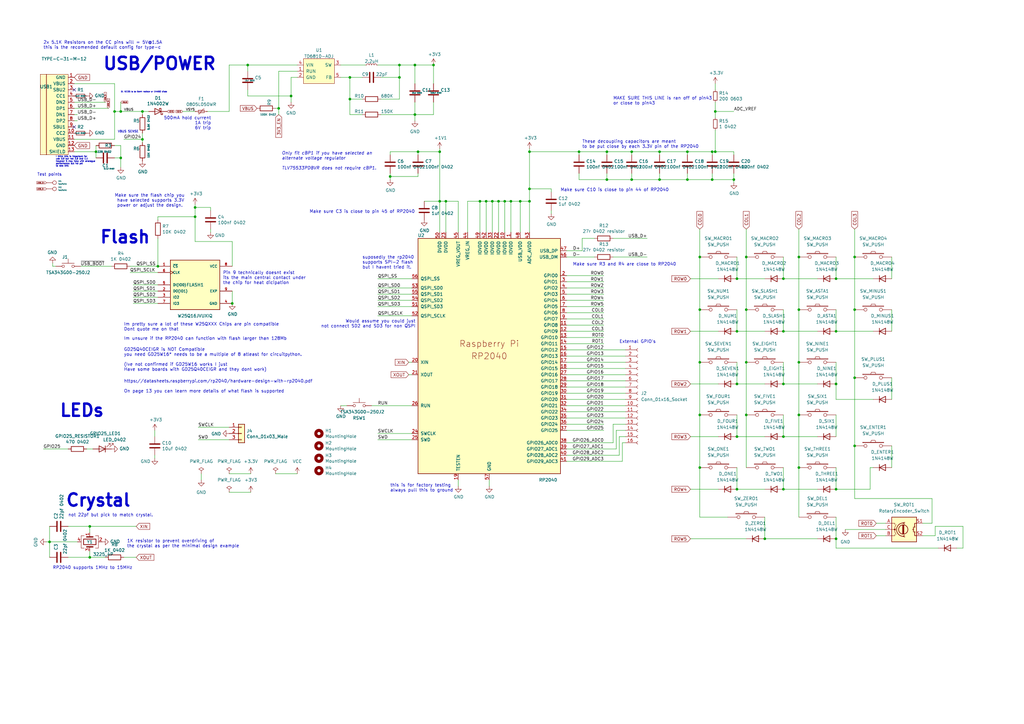
<source format=kicad_sch>
(kicad_sch (version 20230121) (generator eeschema)
  (paper "A3")
  (title_block (title "Picoletta") (date "2024-02-06") (rev "rev0 proto") (company "zeriyoshi") (comment 1 "RP2040 Schema based from PICO-BOOT (a8ac6080a4ad670cbf0b2906c1a87defdbc36256)"))
  (junction (at 20.32 222.25))
  (junction (at 302.26 179.07))
  (junction (at 80.01 85.09))
  (junction (at 292.1 73.66))
  (junction (at 204.47 82.55))
  (junction (at 199.39 82.55))
  (junction (at 95.25 124.46))
  (junction (at 58.42 45.72))
  (junction (at 171.45 62.23))
  (junction (at 327.66 148.59))
  (junction (at 321.31 114.3))
  (junction (at 209.55 82.55))
  (junction (at 143.51 31.75))
  (junction (at 292.1 62.23))
  (junction (at 350.52 127))
  (junction (at 270.51 62.23))
  (junction (at 217.17 77.47))
  (junction (at 293.37 45.72))
  (junction (at 143.51 40.64))
  (junction (at 163.83 26.67))
  (junction (at 287.02 105.41))
  (junction (at 39.37 62.23))
  (junction (at 321.31 200.66))
  (junction (at 119.38 39.37))
  (junction (at 114.3 44.45))
  (junction (at 342.9 135.89))
  (junction (at 207.01 82.55))
  (junction (at 58.42 57.15))
  (junction (at 302.26 135.89))
  (junction (at 180.34 62.23))
  (junction (at 259.08 73.66))
  (junction (at 306.07 170.18))
  (junction (at 213.36 82.55))
  (junction (at 287.02 148.59))
  (junction (at 36.83 228.6))
  (junction (at 287.02 170.18))
  (junction (at 170.18 26.67))
  (junction (at 342.9 200.66))
  (junction (at 80.01 88.9))
  (junction (at 180.34 82.55))
  (junction (at 248.92 73.66))
  (junction (at 36.83 215.9))
  (junction (at 49.53 64.77))
  (junction (at 302.26 114.3))
  (junction (at 327.66 191.77))
  (junction (at 101.6 26.67))
  (junction (at 259.08 62.23))
  (junction (at 342.9 220.98))
  (junction (at 201.93 82.55))
  (junction (at 327.66 127))
  (junction (at 306.07 105.41))
  (junction (at 49.53 45.72))
  (junction (at 287.02 127))
  (junction (at 321.31 157.48))
  (junction (at 306.07 148.59))
  (junction (at 306.07 127))
  (junction (at 217.17 82.55))
  (junction (at 327.66 105.41))
  (junction (at 350.52 182.88))
  (junction (at 342.9 114.3))
  (junction (at 302.26 157.48))
  (junction (at 327.66 170.18))
  (junction (at 64.77 109.22))
  (junction (at 217.17 62.23))
  (junction (at 270.51 73.66))
  (junction (at 321.31 135.89))
  (junction (at 46.99 45.72))
  (junction (at 321.31 179.07))
  (junction (at 177.8 26.67))
  (junction (at 281.94 62.23))
  (junction (at 342.9 157.48))
  (junction (at 293.37 62.23))
  (junction (at 300.99 73.66))
  (junction (at 302.26 200.66))
  (junction (at 237.49 62.23))
  (junction (at 313.69 220.98))
  (junction (at 281.94 73.66))
  (junction (at 163.83 31.75))
  (junction (at 248.92 62.23))
  (junction (at 170.18 46.99))
  (junction (at 196.85 82.55))
  (junction (at 182.88 82.55))
  (junction (at 287.02 191.77))
  (junction (at 160.02 72.39))
  (junction (at 350.52 154.94))
  (junction (at 350.52 105.41))
  (no_connect (at 30.48 52.07))
  (no_connect (at 30.48 36.83))
  (wire (pts (xy 283.21 179.07) (xy 294.64 179.07)))
  (wire (pts (xy 232.41 156.21) (xy 256.54 156.21)))
  (wire (pts (xy 342.9 224.79) (xy 342.9 220.98)))
  (wire (pts (xy 199.39 82.55) (xy 201.93 82.55)))
  (wire (pts (xy 160.02 72.39) (xy 160.02 73.66)))
  (wire (pts (xy 182.88 82.55) (xy 180.34 82.55)))
  (wire (pts (xy 170.18 41.91) (xy 170.18 46.99)))
  (wire (pts (xy 232.41 123.19) (xy 247.65 123.19)))
  (wire (pts (xy 86.36 93.98) (xy 86.36 95.25)))
  (wire (pts (xy 64.77 97.79) (xy 64.77 109.22)))
  (wire (pts (xy 232.41 153.67) (xy 256.54 153.67)))
  (wire (pts (xy 350.52 182.88) (xy 350.52 204.47)))
  (wire (pts (xy 232.41 171.45) (xy 256.54 171.45)))
  (wire (pts (xy 350.52 105.41) (xy 350.52 127)))
  (wire (pts (xy 170.18 46.99) (xy 177.8 46.99)))
  (wire (pts (xy 300.99 62.23) (xy 300.99 63.5)))
  (wire (pts (xy 306.07 93.98) (xy 306.07 105.41)))
  (wire (pts (xy 30.48 44.45) (xy 44.45 44.45)))
  (wire (pts (xy 342.9 127) (xy 342.9 135.89)))
  (wire (pts (xy 237.49 62.23) (xy 248.92 62.23)))
  (wire (pts (xy 232.41 120.65) (xy 247.65 120.65)))
  (wire (pts (xy 180.34 60.96) (xy 180.34 62.23)))
  (wire (pts (xy 251.46 181.61) (xy 251.46 173.99)))
  (wire (pts (xy 58.42 57.15) (xy 58.42 58.42)))
  (wire (pts (xy 113.03 194.31) (xy 121.92 194.31)))
  (wire (pts (xy 302.26 200.66) (xy 313.69 200.66)))
  (wire (pts (xy 93.98 175.26) (xy 81.28 175.26)))
  (wire (pts (xy 248.92 73.66) (xy 259.08 73.66)))
  (wire (pts (xy 170.18 26.67) (xy 170.18 34.29)))
  (wire (pts (xy 365.76 105.41) (xy 365.76 114.3)))
  (wire (pts (xy 300.99 74.93) (xy 300.99 73.66)))
  (wire (pts (xy 384.81 224.79) (xy 342.9 224.79)))
  (wire (pts (xy 350.52 127) (xy 350.52 154.94)))
  (wire (pts (xy 293.37 62.23) (xy 300.99 62.23)))
  (wire (pts (xy 292.1 73.66) (xy 300.99 73.66)))
  (wire (pts (xy 365.76 154.94) (xy 365.76 163.83)))
  (wire (pts (xy 142.24 166.37) (xy 139.7 166.37)))
  (wire (pts (xy 74.93 45.72) (xy 80.01 45.72)))
  (wire (pts (xy 143.51 40.64) (xy 143.51 46.99)))
  (wire (pts (xy 50.8 57.15) (xy 58.42 57.15)))
  (wire (pts (xy 226.06 86.36) (xy 226.06 87.63)))
  (wire (pts (xy 287.02 127) (xy 287.02 148.59)))
  (wire (pts (xy 302.26 191.77) (xy 302.26 200.66)))
  (wire (pts (xy 200.66 196.85) (xy 200.66 199.39)))
  (wire (pts (xy 232.41 173.99) (xy 247.65 173.99)))
  (wire (pts (xy 86.36 85.09) (xy 80.01 85.09)))
  (wire (pts (xy 93.98 201.93) (xy 102.87 201.93)))
  (wire (pts (xy 201.93 95.25) (xy 201.93 82.55)))
  (wire (pts (xy 171.45 63.5) (xy 171.45 62.23)))
  (wire (pts (xy 232.41 135.89) (xy 247.65 135.89)))
  (wire (pts (xy 283.21 200.66) (xy 294.64 200.66)))
  (wire (pts (xy 313.69 212.09) (xy 313.69 220.98)))
  (wire (pts (xy 293.37 62.23) (xy 293.37 53.34)))
  (wire (pts (xy 207.01 95.25) (xy 207.01 82.55)))
  (wire (pts (xy 342.9 163.83) (xy 358.14 163.83)))
  (wire (pts (xy 46.99 57.15) (xy 30.48 57.15)))
  (wire (pts (xy 321.31 135.89) (xy 335.28 135.89)))
  (wire (pts (xy 64.77 90.17) (xy 64.77 88.9)))
  (wire (pts (xy 209.55 82.55) (xy 213.36 82.55)))
  (wire (pts (xy 217.17 77.47) (xy 217.17 82.55)))
  (wire (pts (xy 46.99 34.29) (xy 46.99 45.72)))
  (wire (pts (xy 281.94 73.66) (xy 270.51 73.66)))
  (wire (pts (xy 302.26 157.48) (xy 313.69 157.48)))
  (wire (pts (xy 342.9 212.09) (xy 342.9 220.98)))
  (wire (pts (xy 252.73 176.53) (xy 252.73 184.15)))
  (wire (pts (xy 217.17 82.55) (xy 217.17 95.25)))
  (wire (pts (xy 237.49 63.5) (xy 237.49 62.23)))
  (wire (pts (xy 270.51 62.23) (xy 281.94 62.23)))
  (wire (pts (xy 293.37 34.29) (xy 293.37 36.83)))
  (wire (pts (xy 43.18 228.6) (xy 36.83 228.6)))
  (wire (pts (xy 187.96 196.85) (xy 187.96 199.39)))
  (wire (pts (xy 64.77 116.84) (xy 54.61 116.84)))
  (wire (pts (xy 383.54 215.9) (xy 383.54 219.71)))
  (wire (pts (xy 187.96 95.25) (xy 187.96 82.55)))
  (wire (pts (xy 93.98 194.31) (xy 102.87 194.31)))
  (wire (pts (xy 143.51 46.99) (xy 148.59 46.99)))
  (wire (pts (xy 168.91 129.54) (xy 154.94 129.54)))
  (wire (pts (xy 232.41 176.53) (xy 247.65 176.53)))
  (wire (pts (xy 383.54 219.71) (xy 378.46 219.71)))
  (wire (pts (xy 217.17 60.96) (xy 217.17 62.23)))
  (wire (pts (xy 394.97 215.9) (xy 394.97 224.79)))
  (wire (pts (xy 293.37 45.72) (xy 300.99 45.72)))
  (wire (pts (xy 85.09 45.72) (xy 93.98 45.72)))
  (wire (pts (xy 321.31 179.07) (xy 335.28 179.07)))
  (wire (pts (xy 30.48 34.29) (xy 46.99 34.29)))
  (wire (pts (xy 39.37 62.23) (xy 39.37 64.77)))
  (wire (pts (xy 237.49 71.12) (xy 237.49 73.66)))
  (wire (pts (xy 350.52 93.98) (xy 350.52 105.41)))
  (wire (pts (xy 232.41 163.83) (xy 256.54 163.83)))
  (wire (pts (xy 196.85 82.55) (xy 199.39 82.55)))
  (wire (pts (xy 254 179.07) (xy 256.54 179.07)))
  (wire (pts (xy 217.17 77.47) (xy 226.06 77.47)))
  (wire (pts (xy 168.91 114.3) (xy 154.94 114.3)))
  (wire (pts (xy 255.27 181.61) (xy 256.54 181.61)))
  (wire (pts (xy 20.32 222.25) (xy 31.75 222.25)))
  (wire (pts (xy 293.37 45.72) (xy 293.37 48.26)))
  (wire (pts (xy 232.41 105.41) (xy 243.84 105.41)))
  (wire (pts (xy 168.91 177.8) (xy 154.94 177.8)))
  (wire (pts (xy 259.08 63.5) (xy 259.08 62.23)))
  (wire (pts (xy 283.21 157.48) (xy 294.64 157.48)))
  (wire (pts (xy 350.52 154.94) (xy 350.52 182.88)))
  (wire (pts (xy 160.02 71.12) (xy 160.02 72.39)))
  (wire (pts (xy 302.26 170.18) (xy 302.26 179.07)))
  (wire (pts (xy 170.18 26.67) (xy 177.8 26.67)))
  (wire (pts (xy 171.45 62.23) (xy 180.34 62.23)))
  (wire (pts (xy 232.41 158.75) (xy 256.54 158.75)))
  (wire (pts (xy 327.66 148.59) (xy 327.66 170.18)))
  (wire (pts (xy 160.02 72.39) (xy 171.45 72.39)))
  (wire (pts (xy 232.41 128.27) (xy 247.65 128.27)))
  (wire (pts (xy 86.36 86.36) (xy 86.36 85.09)))
  (wire (pts (xy 342.9 135.89) (xy 358.14 135.89)))
  (wire (pts (xy 327.66 93.98) (xy 327.66 105.41)))
  (wire (pts (xy 80.01 88.9) (xy 80.01 99.06)))
  (wire (pts (xy 293.37 41.91) (xy 293.37 45.72)))
  (wire (pts (xy 270.51 73.66) (xy 259.08 73.66)))
  (wire (pts (xy 49.53 59.69) (xy 49.53 64.77)))
  (wire (pts (xy 248.92 62.23) (xy 259.08 62.23)))
  (wire (pts (xy 302.26 148.59) (xy 302.26 157.48)))
  (wire (pts (xy 256.54 176.53) (xy 252.73 176.53)))
  (wire (pts (xy 287.02 93.98) (xy 287.02 105.41)))
  (wire (pts (xy 356.87 191.77) (xy 356.87 200.66)))
  (wire (pts (xy 113.03 44.45) (xy 114.3 44.45)))
  (wire (pts (xy 64.77 124.46) (xy 54.61 124.46)))
  (wire (pts (xy 232.41 138.43) (xy 247.65 138.43)))
  (wire (pts (xy 302.26 114.3) (xy 313.69 114.3)))
  (wire (pts (xy 121.92 31.75) (xy 119.38 31.75)))
  (wire (pts (xy 232.41 118.11) (xy 247.65 118.11)))
  (wire (pts (xy 248.92 63.5) (xy 248.92 62.23)))
  (wire (pts (xy 80.01 99.06) (xy 95.25 99.06)))
  (wire (pts (xy 20.32 228.6) (xy 20.32 222.25)))
  (wire (pts (xy 168.91 153.67) (xy 167.64 153.67)))
  (wire (pts (xy 180.34 82.55) (xy 173.99 82.55)))
  (wire (pts (xy 201.93 82.55) (xy 204.47 82.55)))
  (wire (pts (xy 180.34 62.23) (xy 180.34 82.55)))
  (wire (pts (xy 287.02 148.59) (xy 287.02 170.18)))
  (wire (pts (xy 321.31 170.18) (xy 321.31 179.07)))
  (wire (pts (xy 251.46 173.99) (xy 256.54 173.99)))
  (wire (pts (xy 58.42 45.72) (xy 60.96 45.72)))
  (wire (pts (xy 199.39 95.25) (xy 199.39 82.55)))
  (wire (pts (xy 327.66 191.77) (xy 327.66 212.09)))
  (wire (pts (xy 101.6 39.37) (xy 119.38 39.37)))
  (wire (pts (xy 50.8 228.6) (xy 55.88 228.6)))
  (wire (pts (xy 287.02 191.77) (xy 287.02 212.09)))
  (wire (pts (xy 163.83 26.67) (xy 163.83 31.75)))
  (wire (pts (xy 321.31 157.48) (xy 335.28 157.48)))
  (wire (pts (xy 281.94 71.12) (xy 281.94 73.66)))
  (wire (pts (xy 160.02 63.5) (xy 160.02 62.23)))
  (wire (pts (xy 365.76 127) (xy 365.76 135.89)))
  (wire (pts (xy 27.94 184.15) (xy 17.78 184.15)))
  (wire (pts (xy 327.66 127) (xy 327.66 148.59)))
  (wire (pts (xy 251.46 105.41) (xy 265.43 105.41)))
  (wire (pts (xy 281.94 63.5) (xy 281.94 62.23)))
  (wire (pts (xy 95.25 109.22) (xy 95.25 99.06)))
  (wire (pts (xy 95.25 124.46) (xy 95.25 119.38)))
  (wire (pts (xy 287.02 170.18) (xy 287.02 191.77)))
  (wire (pts (xy 163.83 26.67) (xy 170.18 26.67)))
  (wire (pts (xy 207.01 82.55) (xy 209.55 82.55)))
  (wire (pts (xy 204.47 82.55) (xy 207.01 82.55)))
  (wire (pts (xy 93.98 45.72) (xy 93.98 26.67)))
  (wire (pts (xy 64.77 88.9) (xy 80.01 88.9)))
  (wire (pts (xy 156.21 31.75) (xy 163.83 31.75)))
  (wire (pts (xy 232.41 148.59) (xy 256.54 148.59)))
  (wire (pts (xy 20.32 222.25) (xy 20.32 215.9)))
  (wire (pts (xy 80.01 83.82) (xy 80.01 85.09)))
  (wire (pts (xy 119.38 31.75) (xy 119.38 39.37)))
  (wire (pts (xy 292.1 62.23) (xy 292.1 63.5)))
  (wire (pts (xy 36.83 218.44) (xy 36.83 215.9)))
  (wire (pts (xy 143.51 31.75) (xy 148.59 31.75)))
  (wire (pts (xy 255.27 181.61) (xy 255.27 189.23)))
  (wire (pts (xy 232.41 140.97) (xy 247.65 140.97)))
  (wire (pts (xy 49.53 45.72) (xy 49.53 41.91)))
  (wire (pts (xy 232.41 143.51) (xy 256.54 143.51)))
  (wire (pts (xy 54.61 119.38) (xy 64.77 119.38)))
  (wire (pts (xy 342.9 163.83) (xy 342.9 157.48)))
  (wire (pts (xy 300.99 71.12) (xy 300.99 73.66)))
  (wire (pts (xy 213.36 95.25) (xy 213.36 82.55)))
  (wire (pts (xy 217.17 62.23) (xy 217.17 77.47)))
  (wire (pts (xy 292.1 73.66) (xy 281.94 73.66)))
  (wire (pts (xy 327.66 170.18) (xy 327.66 191.77)))
  (wire (pts (xy 20.32 222.25) (xy 19.05 222.25)))
  (wire (pts (xy 217.17 62.23) (xy 237.49 62.23)))
  (wire (pts (xy 254 186.69) (xy 254 179.07)))
  (wire (pts (xy 167.64 148.59) (xy 168.91 148.59)))
  (wire (pts (xy 232.41 115.57) (xy 247.65 115.57)))
  (wire (pts (xy 232.41 130.81) (xy 247.65 130.81)))
  (wire (pts (xy 232.41 181.61) (xy 251.46 181.61)))
  (wire (pts (xy 232.41 166.37) (xy 256.54 166.37)))
  (wire (pts (xy 287.02 212.09) (xy 298.45 212.09)))
  (wire (pts (xy 321.31 148.59) (xy 321.31 157.48)))
  (wire (pts (xy 237.49 73.66) (xy 248.92 73.66)))
  (wire (pts (xy 81.28 180.34) (xy 93.98 180.34)))
  (wire (pts (xy 302.26 135.89) (xy 313.69 135.89)))
  (wire (pts (xy 232.41 125.73) (xy 247.65 125.73)))
  (wire (pts (xy 58.42 54.61) (xy 58.42 57.15)))
  (wire (pts (xy 143.51 31.75) (xy 143.51 40.64)))
  (wire (pts (xy 46.99 45.72) (xy 46.99 57.15)))
  (wire (pts (xy 382.27 214.63) (xy 378.46 214.63)))
  (wire (pts (xy 177.8 26.67) (xy 177.8 34.29)))
  (wire (pts (xy 27.94 215.9) (xy 36.83 215.9)))
  (wire (pts (xy 226.06 78.74) (xy 226.06 77.47)))
  (wire (pts (xy 35.56 184.15) (xy 38.1 184.15)))
  (wire (pts (xy 248.92 73.66) (xy 248.92 71.12)))
  (wire (pts (xy 171.45 72.39) (xy 171.45 71.12)))
  (wire (pts (xy 213.36 82.55) (xy 217.17 82.55)))
  (wire (pts (xy 191.77 95.25) (xy 191.77 82.55)))
  (wire (pts (xy 238.76 97.79) (xy 238.76 102.87)))
  (wire (pts (xy 306.07 148.59) (xy 306.07 170.18)))
  (wire (pts (xy 321.31 191.77) (xy 321.31 200.66)))
  (wire (pts (xy 160.02 62.23) (xy 171.45 62.23)))
  (wire (pts (xy 270.51 71.12) (xy 270.51 73.66)))
  (wire (pts (xy 39.37 62.23) (xy 39.37 59.69)))
  (wire (pts (xy 93.98 26.67) (xy 101.6 26.67)))
  (wire (pts (xy 191.77 82.55) (xy 196.85 82.55)))
  (wire (pts (xy 302.26 105.41) (xy 302.26 114.3)))
  (wire (pts (xy 259.08 62.23) (xy 270.51 62.23)))
  (wire (pts (xy 49.53 64.77) (xy 49.53 68.58)))
  (wire (pts (xy 139.7 31.75) (xy 143.51 31.75)))
  (wire (pts (xy 327.66 105.41) (xy 327.66 127)))
  (wire (pts (xy 283.21 135.89) (xy 294.64 135.89)))
  (wire (pts (xy 152.4 166.37) (xy 168.91 166.37)))
  (wire (pts (xy 321.31 200.66) (xy 335.28 200.66)))
  (wire (pts (xy 356.87 191.77) (xy 358.14 191.77)))
  (wire (pts (xy 342.9 114.3) (xy 358.14 114.3)))
  (wire (pts (xy 302.26 179.07) (xy 313.69 179.07)))
  (wire (pts (xy 177.8 46.99) (xy 177.8 41.91)))
  (wire (pts (xy 232.41 161.29) (xy 256.54 161.29)))
  (wire (pts (xy 232.41 133.35) (xy 247.65 133.35)))
  (wire (pts (xy 156.21 46.99) (xy 170.18 46.99)))
  (wire (pts (xy 232.41 113.03) (xy 247.65 113.03)))
  (wire (pts (xy 321.31 105.41) (xy 321.31 114.3)))
  (wire (pts (xy 287.02 105.41) (xy 287.02 127)))
  (wire (pts (xy 365.76 182.88) (xy 365.76 191.77)))
  (wire (pts (xy 232.41 151.13) (xy 256.54 151.13)))
  (wire (pts (xy 306.07 105.41) (xy 306.07 127)))
  (wire (pts (xy 63.5 186.69) (xy 63.5 187.96)))
  (wire (pts (xy 30.48 49.53) (xy 31.75 49.53)))
  (wire (pts (xy 82.55 194.31) (xy 82.55 196.85)))
  (wire (pts (xy 270.51 63.5) (xy 270.51 62.23)))
  (wire (pts (xy 182.88 95.25) (xy 182.88 82.55)))
  (wire (pts (xy 139.7 26.67) (xy 149.86 26.67)))
  (wire (pts (xy 30.48 62.23) (xy 39.37 62.23)))
  (wire (pts (xy 232.41 146.05) (xy 256.54 146.05)))
  (wire (pts (xy 45.72 109.22) (xy 33.02 109.22)))
  (wire (pts (xy 209.55 82.55) (xy 209.55 95.25)))
  (wire (pts (xy 168.91 180.34) (xy 154.94 180.34)))
  (wire (pts (xy 321.31 114.3) (xy 335.28 114.3)))
  (wire (pts (xy 154.94 123.19) (xy 168.91 123.19)))
  (wire (pts (xy 154.94 120.65) (xy 168.91 120.65)))
  (wire (pts (xy 232.41 168.91) (xy 256.54 168.91)))
  (wire (pts (xy 196.85 95.25) (xy 196.85 82.55)))
  (wire (pts (xy 382.27 204.47) (xy 382.27 214.63)))
  (wire (pts (xy 22.86 109.22) (xy 21.59 109.22)))
  (wire (pts (xy 283.21 114.3) (xy 294.64 114.3)))
  (wire (pts (xy 101.6 26.67) (xy 101.6 29.21)))
  (wire (pts (xy 36.83 228.6) (xy 36.83 226.06)))
  (wire (pts (xy 292.1 62.23) (xy 293.37 62.23)))
  (wire (pts (xy 154.94 26.67) (xy 163.83 26.67)))
  (wire (pts (xy 49.53 45.72) (xy 58.42 45.72)))
  (wire (pts (xy 143.51 40.64) (xy 148.59 40.64)))
  (wire (pts (xy 36.83 228.6) (xy 27.94 228.6)))
  (wire (pts (xy 36.83 215.9) (xy 55.88 215.9)))
  (wire (pts (xy 30.48 46.99) (xy 31.75 46.99)))
  (wire (pts (xy 46.99 64.77) (xy 49.53 64.77)))
  (wire (pts (xy 306.07 127) (xy 306.07 148.59)))
  (wire (pts (xy 114.3 44.45) (xy 114.3 29.21)))
  (wire (pts (xy 259.08 71.12) (xy 259.08 73.66)))
  (wire (pts (xy 232.41 184.15) (xy 252.73 184.15)))
  (wire (pts (xy 154.94 125.73) (xy 168.91 125.73)))
  (wire (pts (xy 187.96 82.55) (xy 182.88 82.55)))
  (wire (pts (xy 359.41 219.71) (xy 363.22 219.71)))
  (wire (pts (xy 101.6 39.37) (xy 101.6 36.83)))
  (wire (pts (xy 350.52 204.47) (xy 382.27 204.47)))
  (wire (pts (xy 342.9 191.77) (xy 342.9 200.66)))
  (wire (pts (xy 238.76 97.79) (xy 243.84 97.79)))
  (wire (pts (xy 232.41 189.23) (xy 255.27 189.23)))
  (wire (pts (xy 114.3 29.21) (xy 121.92 29.21)))
  (wire (pts (xy 321.31 127) (xy 321.31 135.89)))
  (wire (pts (xy 251.46 97.79) (xy 265.43 97.79)))
  (wire (pts (xy 342.9 148.59) (xy 342.9 157.48)))
  (wire (pts (xy 163.83 40.64) (xy 156.21 40.64)))
  (wire (pts (xy 359.41 214.63) (xy 363.22 214.63)))
  (wire (pts (xy 46.99 59.69) (xy 49.53 59.69)))
  (wire (pts (xy 180.34 82.55) (xy 180.34 95.25)))
  (wire (pts (xy 313.69 220.98) (xy 335.28 220.98)))
  (wire (pts (xy 292.1 71.12) (xy 292.1 73.66)))
  (wire (pts (xy 356.87 200.66) (xy 342.9 200.66)))
  (wire (pts (xy 170.18 49.53) (xy 170.18 46.99)))
  (wire (pts (xy 119.38 39.37) (xy 119.38 41.91)))
  (wire (pts (xy 302.26 127) (xy 302.26 135.89)))
  (wire (pts (xy 101.6 26.67) (xy 121.92 26.67)))
  (wire (pts (xy 63.5 176.53) (xy 63.5 179.07)))
  (wire (pts (xy 21.59 109.22) (xy 21.59 107.95)))
  (wire (pts (xy 46.99 45.72) (xy 49.53 45.72)))
  (wire (pts (xy 342.9 105.41) (xy 342.9 114.3)))
  (wire (pts (xy 306.07 170.18) (xy 306.07 191.77)))
  (wire (pts (xy 58.42 45.72) (xy 58.42 46.99)))
  (wire (pts (xy 53.34 111.76) (xy 64.77 111.76)))
  (wire (pts (xy 346.71 217.17) (xy 363.22 217.17)))
  (wire (pts (xy 204.47 95.25) (xy 204.47 82.55)))
  (wire (pts (xy 30.48 41.91) (xy 43.18 41.91)))
  (wire (pts (xy 283.21 220.98) (xy 306.07 220.98)))
  (wire (pts (xy 163.83 31.75) (xy 163.83 40.64)))
  (wire (pts (xy 154.94 118.11) (xy 168.91 118.11)))
  (wire (pts (xy 232.41 102.87) (xy 238.76 102.87)))
  (wire (pts (xy 394.97 224.79) (xy 392.43 224.79)))
  (wire (pts (xy 342.9 170.18) (xy 342.9 179.07)))
  (wire (pts (xy 383.54 215.9) (xy 394.97 215.9)))
  (wire (pts (xy 281.94 62.23) (xy 292.1 62.23)))
  (wire (pts (xy 80.01 85.09) (xy 80.01 88.9)))
  (wire (pts (xy 232.41 186.69) (xy 254 186.69)))
  (wire (pts (xy 114.3 44.45) (xy 114.3 46.99)))
  (wire (pts (xy 53.34 109.22) (xy 64.77 109.22)))
  (wire (pts (xy 64.77 121.92) (xy 54.61 121.92)))
  (text "2x 5.1K Resistors on the CC pins will = 5V@1.5A\nthis is the recomended default config for type-c" (at 17.78 20.32 0) (effects (font (size 1.27 1.27)) (justify left bottom)))
  (text "USB/POWER" (at 41.91 29.21 0) (effects (font (size 5.0038 5.0038) (thickness 1.0008) bold) (justify left bottom)))
  (text "1K resistor to prevent overdriving of \nthe crystal as per the minimal design example" (at 52.07 224.79 0) (effects (font (size 1.27 1.27)) (justify left bottom)))
  (text "not 22pf but pick to match crystal." (at 27.94 212.09 0) (effects (font (size 1.27 1.27)) (justify left bottom)))
  (text "Only fit cBP1 if you have selected an \nalternate voltage regulator\n\nTLV75533PDBVR does not require cBP1." (at 115.57 69.85 0) (effects (font (size 1.27 1.27) italic) (justify left bottom)))
  (text "RP2040 supports 1MHz to 15MHz" (at 21.59 233.68 0) (effects (font (size 1.27 1.27)) (justify left bottom)))
  (text "Would assume you could just\nnot connect SD2 and SD3 for non QSPI" (at 170.434 134.62 0) (effects (font (size 1.27 1.27)) (justify right bottom)))
  (text "MAKE SURE THIS LINE is ran off of pin43\nor close to pin43" (at 251.46 43.18 0) (effects (font (size 1.27 1.27)) (justify left bottom)))
  (text "suposedly the rp2040\nsupports SPI-2 flash\nbut I havent tried it.\n" (at 148.59 110.49 0) (effects (font (size 1.27 1.27)) (justify left bottom)))
  (text "These decoupling capacitors are meant\nto be put close by each 3.3V pin of the RP2040" (at 238.76 60.96 0) (effects (font (size 1.27 1.27)) (justify left bottom)))
  (text "Make sure C3 is close to pin 45 of RP2040" (at 170.18 87.63 0) (effects (font (size 1.27 1.27)) (justify right bottom)))
  (text "https://datasheets.raspberrypi.com/rp2040/hardware-design-with-rp2040.pdf\n\nOn page 13 you can learn more details of what flash is supported\n" (at 50.8 161.29 0) (effects (font (size 1.27 1.27)) (justify left bottom)))
  (text "this is for factory testing\nalways pull this to ground" (at 160.02 201.93 0) (effects (font (size 1.27 1.27)) (justify left bottom)))
  (text "VBUS SENSE" (at 48.26 54.61 0) (effects (font (size 0.9 0.9)) (justify left bottom)))
  (text "GD25Q40CEIGR is NOT Compatible\nyou need GD25W16* needs to be a multiple of 8 atleast for circuitpython.\n\n(Ive not confirmed if GD25W16 works I just \nHave some boards with GD25Q40CEIGR and they dont work)" (at 50.8 152.4 0) (effects (font (size 1.27 1.27)) (justify left bottom)))
  (text "External GPIO's" (at 254 140.97 0) (effects (font (size 1.27 1.27)) (justify left bottom)))
  (text "Test points" (at 15.24 72.39 0) (effects (font (size 1.1938 1.1938)) (justify left bottom)))
  (text "Make sure the flash chip you\n have selected supports 3.3V\n power or adjust the design." (at 46.99 85.09 0) (effects (font (size 1.27 1.27)) (justify left bottom)))
  (text "I think this is important for \nusb 3.0 but not 2.0 and 1.1\nhowever it may help with analogue\nperformance but ive yet\nto test this" (at 22.86 68.58 0) (effects (font (size 0.6 0.6)) (justify left bottom)))
  (text "Im pretty sure a lot of these W25QXXX Chips are pin compatible\nDont quote me on that" (at 50.8 135.89 0) (effects (font (size 1.27 1.27)) (justify left bottom)))
  (text "Make sure C10 is close to pin 44 of RP2040" (at 229.87 78.74 0) (effects (font (size 1.27 1.27)) (justify left bottom)))
  (text "500mA hold current\n1A trip\n6V trip" (at 86.614 53.34 0) (effects (font (size 1.27 1.27)) (justify right bottom)))
  (text "LEDs" (at 24.13 171.45 0) (effects (font (size 5.0038 5.0038) (thickness 1.0008) bold) (justify left bottom)))
  (text "Make sure R3 and R4 are close to RP2040" (at 234.95 109.22 0) (effects (font (size 1.27 1.27)) (justify left bottom)))
  (text "D1 NEEDS to be 0omh resistor or 1N4002 diode" (at 49.53 38.1 0) (effects (font (size 0.508 0.508)) (justify left bottom)))
  (text "Crystal" (at 26.67 208.28 0) (effects (font (size 5.0038 5.0038) (thickness 1.0008) bold) (justify left bottom)))
  (text "Im unsure if the RP2040 can function with flash larger than 128Mb" (at 50.8 139.7 0) (effects (font (size 1.27 1.27)) (justify left bottom)))
  (text "Pin 9 technically doesnt exist\nits the main central contact under\nthe chip for heat dicipation" (at 91.44 116.84 0) (effects (font (size 1.27 1.27)) (justify left bottom)))
  (text "Flash" (at 40.64 100.33 0) (effects (font (size 5.0038 5.0038) (thickness 1.0008) bold) (justify left bottom)))
  (label "ROW3" (at 247.65 120.65 180))
  (label "QSPI_SD3" (at 54.61 124.46 0))
  (label "COL3" (at 247.65 135.89 180))
  (label "GPIO12" (at 247.65 143.51 180))
  (label "D-" (at 234.95 105.41 0))
  (label "GPIO20" (at 247.65 163.83 180))
  (label "VBUS" (at 50.8 45.72 0) (effects (font (size 0.9906 0.9906))))
  (label "QSPI_SD2" (at 154.94 123.19 0))
  (label "SWD" (at 81.28 180.34 0))
  (label "GPIO24" (at 50.8 57.15 0))
  (label "ROW2" (at 247.65 118.11 180))
  (label "QSPI_SCLK" (at 53.34 111.76 0))
  (label "GPIO15" (at 247.65 151.13 180))
  (label "ROT1" (at 247.65 140.97 180))
  (label "USB_D-" (at 31.75 46.99 0))
  (label "GPIO22" (at 247.65 168.91 180))
  (label "USB_D+" (at 265.43 97.79 180))
  (label "GPIO13" (at 247.65 146.05 180))
  (label "QSPI_SS" (at 154.94 114.3 0))
  (label "~{USB_BOOT}" (at 33.02 109.22 0))
  (label "USB_D+" (at 31.75 49.53 0))
  (label "GPIO16" (at 247.65 153.67 180))
  (label "ROW0" (at 247.65 113.03 180))
  (label "GPIO25" (at 17.78 184.15 0))
  (label "USB_D+" (at 31.75 44.45 0))
  (label "GPIO25" (at 247.65 176.53 180))
  (label "QSPI_SS" (at 55.88 109.22 0))
  (label "GPIO24" (at 247.65 173.99 180))
  (label "COL1" (at 247.65 130.81 180))
  (label "GPIO27_ADC1" (at 247.65 184.15 180))
  (label "GPIO23" (at 247.65 171.45 180))
  (label "GPIO21" (at 247.65 166.37 180))
  (label "ROW4" (at 247.65 123.19 180))
  (label "COL2" (at 247.65 133.35 180))
  (label "ROW1" (at 247.65 115.57 180))
  (label "QSPI_SD3" (at 154.94 125.73 0))
  (label "ROW5" (at 247.65 125.73 180))
  (label "QSPI_SD1" (at 54.61 119.38 0))
  (label "GPIO18" (at 247.65 158.75 180))
  (label "COL0" (at 247.65 128.27 180))
  (label "QSPI_SD0" (at 154.94 118.11 0))
  (label "RUN" (at 154.94 166.37 0))
  (label "QSPI_SCLK" (at 154.94 129.54 0))
  (label "GPIO26_ADC0" (at 247.65 181.61 180))
  (label "USB_D-" (at 265.43 105.41 180))
  (label "QSPI_SD2" (at 54.61 121.92 0))
  (label "ROT0" (at 247.65 138.43 180))
  (label "GPIO17" (at 247.65 156.21 180))
  (label "QSPI_SD1" (at 154.94 120.65 0))
  (label "SWCLK" (at 154.94 177.8 0))
  (label "D+" (at 234.95 102.87 0))
  (label "SWCLK" (at 81.28 175.26 0))
  (label "GPIO29_ADC3" (at 247.65 189.23 180))
  (label "GPIO14" (at 247.65 148.59 180))
  (label "GPIO28_ADC2" (at 247.65 186.69 180))
  (label "VSYS" (at 76.2 45.72 0) (effects (font (size 0.9906 0.9906))))
  (label "GPIO19" (at 247.65 161.29 180))
  (label "USB_D-" (at 31.75 41.91 0))
  (label "ADC_VREF" (at 300.99 45.72 0))
  (label "SWD" (at 154.94 180.34 0))
  (label "QSPI_SD0" (at 54.61 116.84 0))
  (global_label "COL1" (shape input) (at 306.07 93.98 90) (property "Intersheetrefs" "${INTERSHEET_REFS}" (effects hide)))
  (global_label "ROW1" (shape input) (at 283.21 135.89 180) (property "Intersheetrefs" "${INTERSHEET_REFS}" (effects hide)))
  (global_label "COL2" (shape input) (at 327.66 93.98 90) (property "Intersheetrefs" "${INTERSHEET_REFS}" (effects hide)))
  (global_label "ROW4" (shape input) (at 283.21 200.66 180) (property "Intersheetrefs" "${INTERSHEET_REFS}" (effects hide)))
  (global_label "USB_D+" (shape input) (at 19.05 74.93 180) (effects (font (size 0.508 0.508))) (property "Intersheetrefs" "${INTERSHEET_REFS}" (effects hide)))
  (global_label "XOUT" (shape input) (at 167.64 153.67 180) (property "Intersheetrefs" "${INTERSHEET_REFS}" (effects hide)))
  (global_label "USB_D-" (shape input) (at 43.18 41.91 90) (effects (font (size 0.508 0.508))) (property "Intersheetrefs" "${INTERSHEET_REFS}" (effects hide)))
  (global_label "COL3" (shape input) (at 350.52 93.98 90) (property "Intersheetrefs" "${INTERSHEET_REFS}" (effects hide)))
  (global_label "ROW2" (shape input) (at 283.21 157.48 180) (property "Intersheetrefs" "${INTERSHEET_REFS}" (effects hide)))
  (global_label "ROT0" (shape input) (at 359.41 214.63 180) (property "Intersheetrefs" "${INTERSHEET_REFS}" (effects hide)))
  (global_label "3V3_EN" (shape input) (at 114.3 46.99 270) (property "Intersheetrefs" "${INTERSHEET_REFS}" (effects hide)))
  (global_label "ROW3" (shape input) (at 283.21 179.07 180) (property "Intersheetrefs" "${INTERSHEET_REFS}" (effects hide)))
  (global_label "XIN" (shape input) (at 167.64 148.59 180) (property "Intersheetrefs" "${INTERSHEET_REFS}" (effects hide)))
  (global_label "ROT1" (shape input) (at 359.41 219.71 180) (property "Intersheetrefs" "${INTERSHEET_REFS}" (effects hide)))
  (global_label "ROW0" (shape input) (at 283.21 114.3 180) (property "Intersheetrefs" "${INTERSHEET_REFS}" (effects hide)))
  (global_label "XOUT" (shape input) (at 55.88 228.6 0) (property "Intersheetrefs" "${INTERSHEET_REFS}" (effects hide)))
  (global_label "USB_D+" (shape input) (at 44.45 44.45 90) (effects (font (size 0.508 0.508))) (property "Intersheetrefs" "${INTERSHEET_REFS}" (effects hide)))
  (global_label "GND" (shape input) (at 30.48 31.75 0) (property "Intersheetrefs" "${INTERSHEET_REFS}" (effects hide)))
  (global_label "GND" (shape input) (at 30.48 59.69 0) (property "Intersheetrefs" "${INTERSHEET_REFS}" (effects hide)))
  (global_label "VSYS" (shape input) (at 68.58 45.72 0) (effects (font (size 0.508 0.508))) (property "Intersheetrefs" "${INTERSHEET_REFS}" (effects hide)))
  (global_label "XIN" (shape input) (at 55.88 215.9 0) (property "Intersheetrefs" "${INTERSHEET_REFS}" (effects hide)))
  (global_label "USB_D-" (shape input) (at 19.05 77.47 180) (effects (font (size 0.508 0.508))) (property "Intersheetrefs" "${INTERSHEET_REFS}" (effects hide)))
  (global_label "VBUS" (shape input) (at 105.41 44.45 180) (effects (font (size 1.1938 1.1938))) (property "Intersheetrefs" "${INTERSHEET_REFS}" (effects hide)))
  (global_label "VBUS" (shape input) (at 49.53 41.91 0) (effects (font (size 0.508 0.508))) (property "Intersheetrefs" "${INTERSHEET_REFS}" (effects hide)))
  (global_label "COL0" (shape input) (at 287.02 93.98 90) (property "Intersheetrefs" "${INTERSHEET_REFS}" (effects hide)))
  (global_label "VSYS" (shape input) (at 74.93 45.72 180) (effects (font (size 0.508 0.508))) (property "Intersheetrefs" "${INTERSHEET_REFS}" (effects hide)))
  (global_label "ROW5" (shape input) (at 283.21 220.98 180) (property "Intersheetrefs" "${INTERSHEET_REFS}" (effects hide)))
  (symbol (lib_id "Connector:TestPoint") (at 19.05 77.47 270) (unit 1)
    (property "Reference" "TP2" (at 23.8252 76.9112 90) (effects (font (size 0.508 0.508)) (justify left)))
    (property "Value" "TestPoint" (at 23.8252 78.0034 90) (effects (font (size 0.508 0.508)) (justify left)))
    (property "Footprint" "EnvExtras:CustomTestPoint" (effects hide))
    (property "LCSC" " " (effects hide))
  )
  (symbol (lib_id "BrownSugar:SW_PUSH") (at 335.28 170.18 0) (unit 1)
    (property "Reference" "SW_SIX1" (at 335.28 162.56 0))
    (property "Value" "SW_PUSH" (at 335.28 165.1 0))
  )
  (symbol (lib_id "Connector:TestPoint") (at 19.05 74.93 270) (unit 1)
    (property "Reference" "TP1" (at 23.8252 74.3712 90) (effects (font (size 0.508 0.508)) (justify left)))
    (property "Value" "TestPoint" (at 23.8252 75.4634 90) (effects (font (size 0.508 0.508)) (justify left)))
    (property "Footprint" "EnvExtras:CustomTestPoint" (effects hide))
    (property "LCSC" " " (effects hide))
  )
  (symbol (lib_id "Diode:1N4148W") (at 298.45 157.48 0) (unit 1)
    (property "Reference" "D_SEVEN1" (at 298.45 151.13 0))
    (property "Value" "1N4148W" (at 298.45 153.67 0))
    (property "Footprint" "Diode_SMD:D_SOD-123" (effects hide))
    (property "Datasheet" "https://www.vishay.com/docs/85748/1n4148w.pdf" (effects hide))
    (property "Sim.Device" "D" (effects hide))
    (property "Sim.Pins" "1=K 2=A" (effects hide))
  )
  (symbol (lib_id "Device:R") (at 31.75 184.15 270) (unit 1)
    (property "Reference" "GPIO25_RESISTOR1" (at 31.75 178.8922 90))
    (property "Value" "470 0402" (at 31.75 181.2036 90))
    (property "Footprint" "Resistor_SMD:R_0402_1005Metric" (effects hide))
    (property "LCSC" " " (effects hide))
  )
  (symbol (lib_id "Device:C") (at 259.08 67.31 0) (unit 1)
    (property "Reference" "C16" (at 262.001 66.1416 0) (effects (justify left)))
    (property "Value" "100nf 0402" (at 262.001 68.453 0) (effects (justify left)))
    (property "Footprint" "Capacitor_SMD:C_0402_1005Metric" (effects hide))
    (property "LCSC" " " (effects hide))
  )
  (symbol (lib_id "Diode:1N4148W") (at 339.09 114.3 0) (unit 1)
    (property "Reference" "D_MACRO3" (at 339.09 107.95 0))
    (property "Value" "1N4148W" (at 339.09 110.49 0))
    (property "Footprint" "Diode_SMD:D_SOD-123" (effects hide))
    (property "Datasheet" "https://www.vishay.com/docs/85748/1n4148w.pdf" (effects hide))
    (property "Sim.Device" "D" (effects hide))
    (property "Sim.Pins" "1=K 2=A" (effects hide))
  )
  (symbol (lib_id "power:VCC") (at 121.92 194.31 0) (unit 1)
    (property "Reference" "#PWR025" (effects hide))
    (property "Value" "VCC" (at 121.92 189.23 0))
  )
  (symbol (lib_id "Diode:1N4148W") (at 317.5 157.48 0) (unit 1)
    (property "Reference" "D_EIGHT1" (at 317.5 151.13 0))
    (property "Value" "1N4148W" (at 317.5 153.67 0))
    (property "Footprint" "Diode_SMD:D_SOD-123" (effects hide))
    (property "Datasheet" "https://www.vishay.com/docs/85748/1n4148w.pdf" (effects hide))
    (property "Sim.Device" "D" (effects hide))
    (property "Sim.Pins" "1=K 2=A" (effects hide))
  )
  (symbol (lib_id "Switch:SW_Push") (at 27.94 109.22 0) (mirror y) (unit 1)
    (property "Reference" "J1" (at 26.67 105.41 0))
    (property "Value" "TSA343G00-250J2" (at 27.94 111.76 0))
    (property "Footprint" "Button_Switch_SMD:SW_Push_SPST_NO_Alps_SKRK" (effects hide))
    (property "LCSC" " " (effects hide))
  )
  (symbol (lib_id "Diode:1N4148W") (at 361.95 135.89 0) (unit 1)
    (property "Reference" "D_MINUS1" (at 361.95 129.54 0))
    (property "Value" "1N4148W" (at 361.95 132.08 0))
    (property "Footprint" "Diode_SMD:D_SOD-123" (effects hide))
    (property "Datasheet" "https://www.vishay.com/docs/85748/1n4148w.pdf" (effects hide))
    (property "Sim.Device" "D" (effects hide))
    (property "Sim.Pins" "1=K 2=A" (effects hide))
  )
  (symbol (lib_id "Device:C") (at 43.18 64.77 270) (unit 1)
    (property "Reference" "C1" (at 41.91 67.945 90) (effects (justify left)))
    (property "Value" "0.1uf 0402" (at 42.545 69.215 90) (effects (font (size 0.508 0.508)) (justify left)))
    (property "Footprint" "Capacitor_SMD:C_0402_1005Metric" (effects hide))
    (property "LCSC" " " (effects hide))
  )
  (symbol (lib_id "Diode:1N4148W") (at 388.62 224.79 0) (unit 1)
    (property "Reference" "D_ROT1" (at 388.62 218.44 0))
    (property "Value" "1N4148W" (at 388.62 220.98 0))
    (property "Footprint" "Diode_SMD:D_SOD-123" (effects hide))
    (property "Datasheet" "https://www.vishay.com/docs/85748/1n4148w.pdf" (effects hide))
    (property "Sim.Device" "D" (effects hide))
    (property "Sim.Pins" "1=K 2=A" (effects hide))
  )
  (symbol (lib_id "power:+1V1") (at 180.34 60.96 0) (unit 1)
    (property "Reference" "#PWR017" (effects hide))
    (property "Value" "+1V1" (at 180.721 56.5658 0))
  )
  (symbol (lib_id "Device:R") (at 247.65 105.41 270) (unit 1)
    (property "Reference" "R13" (at 247.65 100.1522 90))
    (property "Value" "27r 0402 resistor" (at 247.65 102.4636 90))
    (property "Footprint" "Resistor_SMD:R_0402_1005Metric" (effects hide))
    (property "LCSC" " " (effects hide))
  )
  (symbol (lib_id "Diode:1N4148W") (at 298.45 114.3 0) (unit 1)
    (property "Reference" "D_MACRO1" (at 298.45 107.95 0))
    (property "Value" "1N4148W" (at 298.45 110.49 0))
    (property "Footprint" "Diode_SMD:D_SOD-123" (effects hide))
    (property "Datasheet" "https://www.vishay.com/docs/85748/1n4148w.pdf" (effects hide))
    (property "Sim.Device" "D" (effects hide))
    (property "Sim.Pins" "1=K 2=A" (effects hide))
  )
  (symbol (lib_id "power:GND") (at 86.36 95.25 0) (unit 1)
    (property "Reference" "#PWR010" (effects hide))
    (property "Value" "GND" (at 90.17 96.52 0))
  )
  (symbol (lib_id "BrownSugar:SW_PUSH") (at 358.14 154.94 0) (unit 1)
    (property "Reference" "SW_PLUS1" (at 358.14 147.32 0))
    (property "Value" "SW_PUSH" (at 358.14 149.86 0))
  )
  (symbol (lib_id "BrownSugar:SW_PUSH") (at 313.69 148.59 0) (unit 1)
    (property "Reference" "SW_EIGHT1" (at 313.69 140.97 0))
    (property "Value" "SW_PUSH" (at 313.69 143.51 0))
  )
  (symbol (lib_id "power:PWR_FLAG") (at 82.55 194.31 0) (unit 1)
    (property "Reference" "#FLG01" (effects hide))
    (property "Value" "PWR_FLAG" (at 82.55 189.23 0))
  )
  (symbol (lib_id "power:+3V3") (at 102.87 201.93 0) (unit 1)
    (property "Reference" "#PWR024" (effects hide))
    (property "Value" "+3V3" (at 102.87 196.85 0))
  )
  (symbol (lib_id "Device:R_Small") (at 33.02 39.37 270) (unit 1)
    (property "Reference" "R1" (at 33.02 36.83 90))
    (property "Value" "5.1K 0402" (at 33.02 39.37 90) (effects (font (size 0.508 0.508))))
    (property "Footprint" "Resistor_SMD:R_0402_1005Metric" (effects hide))
    (property "LCSC" " " (effects hide))
  )
  (symbol (lib_id "power:GND") (at 95.25 124.46 0) (unit 1)
    (property "Reference" "#PWR011" (effects hide))
    (property "Value" "GND" (at 95.377 128.8542 0))
  )
  (symbol (lib_id "Device:C") (at 24.13 215.9 90) (unit 1)
    (property "Reference" "C2" (at 22.9616 212.979 0) (effects (justify left)))
    (property "Value" "22pf 0402" (at 25.273 212.979 0) (effects (justify left)))
    (property "Footprint" "Capacitor_SMD:C_0402_1005Metric" (effects hide))
    (property "LCSC" " " (effects hide))
  )
  (symbol (lib_id "Device:Crystal_GND24") (at 36.83 222.25 270) (unit 1)
    (property "Reference" "Y1" (at 35.56 222.25 90) (effects (justify left)))
    (property "Value" "3225_4P" (at 38.1 227.33 90) (effects (justify left)))
    (property "Footprint" "Crystal:Crystal_SMD_3225-4Pin_3.2x2.5mm" (effects hide))
    (property "LCSC" " " (effects hide))
  )
  (symbol (lib_id "power:GND") (at 173.99 90.17 0) (unit 1)
    (property "Reference" "#PWR015" (effects hide))
    (property "Value" "GND" (at 174.117 94.5642 0))
  )
  (symbol (lib_id "Mechanical:MountingHole") (at 130.81 187.96 0) (unit 1)
    (property "Reference" "H3" (at 133.35 186.7916 0) (effects (justify left)))
    (property "Value" "MountingHole" (at 133.35 189.103 0) (effects (justify left)))
    (property "Footprint" "MountingHole:MountingHole_2.1mm" (effects hide))
    (property "LCSC" " " (effects hide))
  )
  (symbol (lib_id "Diode:1N4148W") (at 317.5 114.3 0) (unit 1)
    (property "Reference" "D_MACRO2" (at 317.5 107.95 0))
    (property "Value" "1N4148W" (at 317.5 110.49 0))
    (property "Footprint" "Diode_SMD:D_SOD-123" (effects hide))
    (property "Datasheet" "https://www.vishay.com/docs/85748/1n4148w.pdf" (effects hide))
    (property "Sim.Device" "D" (effects hide))
    (property "Sim.Pins" "1=K 2=A" (effects hide))
  )
  (symbol (lib_id "Diode:1N4148W") (at 317.5 200.66 0) (unit 1)
    (property "Reference" "D_TWO1" (at 317.5 194.31 0))
    (property "Value" "1N4148W" (at 317.5 196.85 0))
    (property "Footprint" "Diode_SMD:D_SOD-123" (effects hide))
    (property "Datasheet" "https://www.vishay.com/docs/85748/1n4148w.pdf" (effects hide))
    (property "Sim.Device" "D" (effects hide))
    (property "Sim.Pins" "1=K 2=A" (effects hide))
  )
  (symbol (lib_id "Device:C") (at 152.4 31.75 90) (unit 1)
    (property "Reference" "C9" (at 151.13 30.48 90) (effects (justify left)))
    (property "Value" "22pF " (at 160.02 30.48 90) (effects (justify left)))
    (property "Footprint" "Capacitor_SMD:C_0402_1005Metric" (effects hide))
    (property "LCSC" " " (effects hide))
  )
  (symbol (lib_id "Diode:1N4148W") (at 339.09 179.07 0) (unit 1)
    (property "Reference" "D_SIX1" (at 339.09 172.72 0))
    (property "Value" "1N4148W" (at 339.09 175.26 0))
    (property "Footprint" "Diode_SMD:D_SOD-123" (effects hide))
    (property "Datasheet" "https://www.vishay.com/docs/85748/1n4148w.pdf" (effects hide))
    (property "Sim.Device" "D" (effects hide))
    (property "Sim.Pins" "1=K 2=A" (effects hide))
  )
  (symbol (lib_id "BrownSugar:SW_PUSH") (at 313.69 170.18 0) (unit 1)
    (property "Reference" "SW_FIVE1" (at 313.69 162.56 0))
    (property "Value" "SW_PUSH" (at 313.69 165.1 0))
  )
  (symbol (lib_id "PB_MCU_RaspberryPi_RP2040:RP2040") (at 200.66 146.05 0) (unit 1)
    (property "Reference" "U2" (at 172.72 96.52 0))
    (property "Value" "RP2040" (at 224.79 196.85 0))
    (property "Footprint" "RP2040_minimal:RP2040-QFN-56" (effects hide))
    (property "LCSC" " C2040" (effects hide))
  )
  (symbol (lib_id "Device:D_Schottky") (at 64.77 45.72 180) (unit 1)
    (property "Reference" "D1" (at 64.77 40.2082 0))
    (property "Value" "1N4002W" (at 64.77 42.5196 0))
    (property "Footprint" "Diode_SMD:D_SOD-123" (effects hide))
    (property "LCSC" " " (effects hide))
  )
  (symbol (lib_id "power:+3V3") (at 80.01 83.82 0) (unit 1)
    (property "Reference" "#PWR09" (effects hide))
    (property "Value" "+3V3" (at 80.391 79.4258 0))
  )
  (symbol (lib_id "BrownSugar:SW_PUSH") (at 294.64 127 0) (unit 1)
    (property "Reference" "SW_NUM1" (at 294.64 119.38 0))
    (property "Value" "SW_PUSH" (at 294.64 121.92 0))
  )
  (symbol (lib_id "Device:R") (at 152.4 46.99 270) (unit 1)
    (property "Reference" "R11" (at 147.32 45.72 90))
    (property "Value" "150K" (at 158.75 45.72 90))
    (property "Footprint" "Resistor_SMD:R_0402_1005Metric" (effects hide))
    (property "LCSC" " " (effects hide))
  )
  (symbol (lib_id "Device:R") (at 43.18 59.69 90) (unit 1)
    (property "Reference" "R3" (at 45.72 59.69 90) (effects (justify left)))
    (property "Value" "220 0402" (at 45.72 62.23 90) (effects (font (size 0.762 0.762)) (justify left)))
    (property "Footprint" "Resistor_SMD:R_0402_1005Metric" (effects hide))
    (property "LCSC" " " (effects hide))
  )
  (symbol (lib_id "Device:C") (at 170.18 38.1 0) (unit 1)
    (property "Reference" "C11" (at 173.101 36.9316 0) (effects (justify left)))
    (property "Value" "10uf 0603" (at 168.91 38.1 0) (effects (font (size 0.508 0.508)) (justify left)))
    (property "Footprint" "Capacitor_SMD:C_0603_1608Metric" (effects hide))
    (property "LCSC" " " (effects hide))
  )
  (symbol (lib_id "BrownSugar:SW_PUSH") (at 313.69 105.41 0) (unit 1)
    (property "Reference" "SW_MACRO2" (at 313.69 97.79 0))
    (property "Value" "SW_PUSH" (at 313.69 100.33 0))
  )
  (symbol (lib_id "power:+3.3V") (at 102.87 194.31 0) (unit 1)
    (property "Reference" "#PWR023" (effects hide))
    (property "Value" "+3.3V" (at 102.87 189.23 0))
  )
  (symbol (lib_id "Diode:1N4148W") (at 298.45 200.66 0) (unit 1)
    (property "Reference" "D_ONE1" (at 298.45 194.31 0))
    (property "Value" "1N4148W" (at 298.45 196.85 0))
    (property "Footprint" "Diode_SMD:D_SOD-123" (effects hide))
    (property "Datasheet" "https://www.vishay.com/docs/85748/1n4148w.pdf" (effects hide))
    (property "Sim.Device" "D" (effects hide))
    (property "Sim.Pins" "1=K 2=A" (effects hide))
  )
  (symbol (lib_id "Device:R") (at 58.42 50.8 0) (unit 1)
    (property "Reference" "R5" (at 54.61 49.53 0) (effects (justify left)))
    (property "Value" "5.6K 0402" (at 60.96 53.34 90) (effects (font (size 0.762 0.762)) (justify left)))
    (property "Footprint" "Resistor_SMD:R_0402_1005Metric" (effects hide))
    (property "LCSC" " " (effects hide))
  )
  (symbol (lib_id "power:GND") (at 35.56 54.61 90) (unit 1)
    (property "Reference" "#PWR04" (effects hide))
    (property "Value" "GND" (at 38.8112 54.483 90) (effects (justify right)))
  )
  (symbol (lib_id "power:PWR_FLAG") (at 93.98 201.93 0) (unit 1)
    (property "Reference" "#FLG03" (effects hide))
    (property "Value" "PWR_FLAG" (at 93.98 196.85 0))
  )
  (symbol (lib_id "Diode:1N4148W") (at 361.95 191.77 0) (unit 1)
    (property "Reference" "D_ENTER1" (at 361.95 185.42 0))
    (property "Value" "1N4148W" (at 361.95 187.96 0))
    (property "Footprint" "Diode_SMD:D_SOD-123" (effects hide))
    (property "Datasheet" "https://www.vishay.com/docs/85748/1n4148w.pdf" (effects hide))
    (property "Sim.Device" "D" (effects hide))
    (property "Sim.Pins" "1=K 2=A" (effects hide))
  )
  (symbol (lib_id "Device:C") (at 177.8 38.1 0) (unit 1)
    (property "Reference" "C13" (at 180.721 36.9316 0) (effects (justify left)))
    (property "Value" "100nf 0402" (at 176.53 38.1 0) (effects (font (size 0.508 0.508)) (justify left)))
    (property "Footprint" "Capacitor_SMD:C_0402_1005Metric" (effects hide))
    (property "LCSC" " " (effects hide))
  )
  (symbol (lib_id "BrownSugar:SW_PUSH") (at 306.07 212.09 0) (unit 1)
    (property "Reference" "SW_ZERO1" (at 306.07 204.47 0))
    (property "Value" "SW_PUSH" (at 306.07 207.01 0))
  )
  (symbol (lib_id "power:GND") (at 170.18 49.53 0) (unit 1)
    (property "Reference" "#PWR027" (effects hide))
    (property "Value" "GND" (at 170.18 53.9734 0))
  )
  (symbol (lib_id "BrownSugar:SW_PUSH") (at 313.69 191.77 0) (unit 1)
    (property "Reference" "SW_TWO1" (at 313.69 184.15 0))
    (property "Value" "SW_PUSH" (at 313.69 186.69 0))
  )
  (symbol (lib_id "Mechanical:MountingHole") (at 130.81 193.04 0) (unit 1)
    (property "Reference" "H4" (at 133.35 191.8716 0) (effects (justify left)))
    (property "Value" "MountingHole" (at 133.35 194.183 0) (effects (justify left)))
    (property "Footprint" "MountingHole:MountingHole_2.1mm" (effects hide))
    (property "LCSC" " " (effects hide))
  )
  (symbol (lib_id "Diode:1N4148W") (at 309.88 220.98 0) (unit 1)
    (property "Reference" "D_ZERO1" (at 309.88 214.63 0))
    (property "Value" "1N4148W" (at 309.88 217.17 0))
    (property "Footprint" "Diode_SMD:D_SOD-123" (effects hide))
    (property "Datasheet" "https://www.vishay.com/docs/85748/1n4148w.pdf" (effects hide))
    (property "Sim.Device" "D" (effects hide))
    (property "Sim.Pins" "1=K 2=A" (effects hide))
  )
  (symbol (lib_id "power:GND") (at 82.55 196.85 0) (unit 1)
    (property "Reference" "#PWR022" (effects hide))
    (property "Value" "GND" (at 82.55 201.93 0))
  )
  (symbol (lib_id "BrownSugar:SW_PUSH") (at 294.64 105.41 0) (unit 1)
    (property "Reference" "SW_MACRO1" (at 294.64 97.79 0))
    (property "Value" "SW_PUSH" (at 294.64 100.33 0))
  )
  (symbol (lib_id "Connector_Generic:Conn_01x03") (at 99.06 177.8 0) (unit 1)
    (property "Reference" "J4" (at 101.092 176.7332 0) (effects (justify left)))
    (property "Value" "Conn_01x03_Male" (at 101.092 179.0446 0) (effects (justify left)))
    (property "Footprint" "Connector_PinHeader_2.54mm:PinHeader_1x03_P2.54mm_Vertical" (effects hide))
    (property "LCSC" " " (effects hide))
  )
  (symbol (lib_id "Device:R") (at 46.99 228.6 270) (unit 1)
    (property "Reference" "R8" (at 46.99 223.3422 90))
    (property "Value" "1K 0402" (at 46.99 225.6536 90))
    (property "Footprint" "Resistor_SMD:R_0402_1005Metric" (effects hide))
    (property "LCSC" " " (effects hide))
  )
  (symbol (lib_id "power:GND") (at 49.53 68.58 0) (unit 1)
    (property "Reference" "#PWR06" (effects hide))
    (property "Value" "GND" (at 49.657 72.9742 0))
  )
  (symbol (lib_id "Device:C") (at 171.45 67.31 0) (unit 1)
    (property "Reference" "C7" (at 174.371 66.1416 0) (effects (justify left)))
    (property "Value" "100nf 0402" (at 174.371 68.453 0) (effects (justify left)))
    (property "Footprint" "Capacitor_SMD:C_0402_1005Metric" (effects hide))
    (property "LCSC" " " (effects hide))
  )
  (symbol (lib_id "power:PWR_FLAG") (at 113.03 194.31 0) (unit 1)
    (property "Reference" "#FLG04" (effects hide))
    (property "Value" "PWR_FLAG" (at 113.03 189.23 0))
  )
  (symbol (lib_id "Diode:1N4148W") (at 361.95 114.3 0) (unit 1)
    (property "Reference" "D_MACRO4" (at 361.95 107.95 0))
    (property "Value" "1N4148W" (at 361.95 110.49 0))
    (property "Footprint" "Diode_SMD:D_SOD-123" (effects hide))
    (property "Datasheet" "https://www.vishay.com/docs/85748/1n4148w.pdf" (effects hide))
    (property "Sim.Device" "D" (effects hide))
    (property "Sim.Pins" "1=K 2=A" (effects hide))
  )
  (symbol (lib_id "Device:R_Small") (at 33.02 54.61 270) (unit 1)
    (property "Reference" "R2" (at 33.02 52.07 90))
    (property "Value" "5.1K 0402" (at 33.02 54.61 90) (effects (font (size 0.508 0.508))))
    (property "Footprint" "Resistor_SMD:R_0402_1005Metric" (effects hide))
    (property "LCSC" " " (effects hide))
  )
  (symbol (lib_id "Device:C") (at 63.5 182.88 0) (unit 1)
    (property "Reference" "C10" (at 66.421 181.7116 0) (effects (justify left)))
    (property "Value" "10uf 0402" (at 66.421 184.023 0) (effects (justify left)))
    (property "Footprint" "Capacitor_SMD:C_0603_1608Metric" (effects hide))
    (property "LCSC" " " (effects hide))
  )
  (symbol (lib_id "Device:R") (at 64.77 93.98 0) (unit 1)
    (property "Reference" "R7" (at 66.548 92.8116 0) (effects (justify left)))
    (property "Value" "10K 0402" (at 66.548 95.123 0) (effects (justify left)))
    (property "Footprint" "Resistor_SMD:R_0402_1005Metric" (effects hide))
    (property "LCSC" "  " (effects hide))
  )
  (symbol (lib_id "power:GND") (at 21.59 107.95 180) (unit 1)
    (property "Reference" "#PWR02" (effects hide))
    (property "Value" "GND" (at 21.463 103.5558 0))
  )
  (symbol (lib_id "BrownSugar:SW_PUSH") (at 294.64 148.59 0) (unit 1)
    (property "Reference" "SW_SEVEN1" (at 294.64 140.97 0))
    (property "Value" "SW_PUSH" (at 294.64 143.51 0))
  )
  (symbol (lib_id "Device:LED") (at 41.91 184.15 180) (unit 1)
    (property "Reference" "GPIO25_LED1" (at 43.18 177.8 0))
    (property "Value" "LED_0402" (at 46.99 180.34 0))
    (property "Footprint" "LED_SMD:LED_0402_1005Metric" (effects hide))
    (property "LCSC" " " (effects hide))
  )
  (symbol (lib_id "power:+3V3") (at 177.8 26.67 0) (unit 1)
    (property "Reference" "#PWR030" (effects hide))
    (property "Value" "+3V3" (at 178.181 22.2758 0))
  )
  (symbol (lib_id "BrownSugar:SW_PUSH") (at 335.28 191.77 0) (unit 1)
    (property "Reference" "SW_THREE1" (at 335.28 184.15 0))
    (property "Value" "SW_PUSH" (at 335.28 186.69 0))
  )
  (symbol (lib_id "power:GND") (at 200.66 199.39 0) (unit 1)
    (property "Reference" "#PWR019" (effects hide))
    (property "Value" "GND" (at 200.787 203.7842 0))
  )
  (symbol (lib_id "power:GND") (at 187.96 199.39 0) (unit 1)
    (property "Reference" "#PWR018" (effects hide))
    (property "Value" "GND" (at 188.087 203.7842 0))
  )
  (symbol (lib_id "Device:RotaryEncoder_Switch") (at 370.84 217.17 0) (unit 1)
    (property "Reference" "SW_ROT1" (at 370.84 207.01 0))
    (property "Value" "RotaryEncoder_Switch" (at 370.84 209.55 0))
  )
  (symbol (lib_id "power:+3.3V") (at 293.37 34.29 0) (unit 1)
    (property "Reference" "#PWR036" (effects hide))
    (property "Value" "+3.3V" (at 293.751 29.8958 0))
  )
  (symbol (lib_id "power:GND") (at 346.71 217.17 0) (unit 1)
    (property "Reference" "#PWR01" (effects hide))
    (property "Value" "GND" (at 346.71 222.25 0))
  )
  (symbol (lib_id "power:GND") (at 93.98 177.8 270) (unit 1)
    (property "Reference" "#PWR035" (effects hide))
    (property "Value" "GND" (at 90.7288 177.927 90) (effects (justify right)))
  )
  (symbol (lib_id "BrownSugar:SW_PUSH") (at 294.64 191.77 0) (unit 1)
    (property "Reference" "SW_ONE1" (at 294.64 184.15 0))
    (property "Value" "SW_PUSH" (at 294.64 186.69 0))
  )
  (symbol (lib_id "power:GND") (at 226.06 87.63 0) (unit 1)
    (property "Reference" "#PWR028" (effects hide))
    (property "Value" "GND" (at 226.187 92.0242 0))
  )
  (symbol (lib_id "Device:C") (at 86.36 90.17 0) (unit 1)
    (property "Reference" "C4" (at 89.281 89.0016 0) (effects (justify left)))
    (property "Value" "100nf 0402" (at 89.281 91.313 0) (effects (justify left)))
    (property "Footprint" "Capacitor_SMD:C_0402_1005Metric" (effects hide))
    (property "LCSC" " " (effects hide))
  )
  (symbol (lib_id "Device:Polyfuse_Small") (at 82.55 45.72 270) (unit 1)
    (property "Reference" "F1" (at 82.55 40.513 90))
    (property "Value" "0805L050WR" (at 82.55 42.8244 90))
    (property "Footprint" "Fuse:Fuse_0805_2012Metric" (effects hide))
  )
  (symbol (lib_id "Custom_components:TD6810-ADJ") (at 124.46 24.13 0) (unit 1)
    (property "Reference" "U1" (at 130.81 20.5572 0))
    (property "Value" "TD6810-ADJ" (at 130.81 23.0941 0))
    (property "Footprint" "Package_TO_SOT_SMD:SOT-23-5" (effects hide))
  )
  (symbol (lib_id "Device:R_Small") (at 293.37 50.8 0) (unit 1)
    (property "Reference" "R15" (at 294.8686 49.6316 0) (effects (justify left)))
    (property "Value" "1 0402" (at 294.8686 51.943 0) (effects (justify left)))
    (property "Footprint" "Resistor_SMD:R_0402_1005Metric" (effects hide))
    (property "LCSC" " " (effects hide))
  )
  (symbol (lib_id "Device:C") (at 292.1 67.31 0) (unit 1)
    (property "Reference" "C19" (at 295.021 66.1416 0) (effects (justify left)))
    (property "Value" "100nf 0402" (at 295.021 68.453 0) (effects (justify left)))
    (property "Footprint" "Capacitor_SMD:C_0402_1005Metric" (effects hide))
    (property "LCSC" " " (effects hide))
  )
  (symbol (lib_id "BrownSugar:SW_PUSH") (at 358.14 182.88 0) (unit 1)
    (property "Reference" "SW_ENTER1" (at 358.14 175.26 0))
    (property "Value" "SW_PUSH" (at 358.14 177.8 0))
  )
  (symbol (lib_id "Device:C") (at 24.13 228.6 90) (unit 1)
    (property "Reference" "C3" (at 22.9616 225.679 0) (effects (justify left)))
    (property "Value" "22pf 0402" (at 26.67 227.33 0) (effects (justify left)))
    (property "Footprint" "Capacitor_SMD:C_0402_1005Metric" (effects hide))
    (property "LCSC" " " (effects hide))
  )
  (symbol (lib_id "Mechanical:MountingHole") (at 130.81 177.8 0) (unit 1)
    (property "Reference" "H1" (at 133.35 176.6316 0) (effects (justify left)))
    (property "Value" "MountingHole" (at 133.35 178.943 0) (effects (justify left)))
    (property "Footprint" "MountingHole:MountingHole_2.1mm" (effects hide))
    (property "LCSC" " " (effects hide))
  )
  (symbol (lib_id "Diode:1N4148W") (at 339.09 135.89 0) (unit 1)
    (property "Reference" "D_ASTA1" (at 339.09 129.54 0))
    (property "Value" "1N4148W" (at 339.09 132.08 0))
    (property "Footprint" "Diode_SMD:D_SOD-123" (effects hide))
    (property "Datasheet" "https://www.vishay.com/docs/85748/1n4148w.pdf" (effects hide))
    (property "Sim.Device" "D" (effects hide))
    (property "Sim.Pins" "1=K 2=A" (effects hide))
  )
  (symbol (lib_id "power:GND") (at 139.7 166.37 0) (unit 1)
    (property "Reference" "#PWR012" (effects hide))
    (property "Value" "GND" (at 139.827 170.7642 0))
  )
  (symbol (lib_id "BrownSugar:SW_PUSH") (at 358.14 127 0) (unit 1)
    (property "Reference" "SW_MINUS1" (at 358.14 119.38 0))
    (property "Value" "SW_PUSH" (at 358.14 121.92 0))
  )
  (symbol (lib_id "Switch:SW_Push") (at 147.32 166.37 0) (unit 1)
    (property "Reference" "RSW1" (at 147.32 171.45 0))
    (property "Value" "TSA343G00-250J2" (at 148.59 168.91 0))
    (property "Footprint" "Button_Switch_SMD:SW_Push_SPST_NO_Alps_SKRK" (effects hide))
  )
  (symbol (lib_id "Diode:1N4148W") (at 361.95 163.83 0) (unit 1)
    (property "Reference" "D_PLUS1" (at 361.95 157.48 0))
    (property "Value" "1N4148W" (at 361.95 160.02 0))
    (property "Footprint" "Diode_SMD:D_SOD-123" (effects hide))
    (property "Datasheet" "https://www.vishay.com/docs/85748/1n4148w.pdf" (effects hide))
    (property "Sim.Device" "D" (effects hide))
    (property "Sim.Pins" "1=K 2=A" (effects hide))
  )
  (symbol (lib_id "PB_Type-C:HRO-TYPE-C-31-M-12") (at 27.94 45.72 0) (unit 1)
    (property "Reference" "USB1" (at 21.59 35.56 0) (effects (justify right)))
    (property "Value" "TYPE-C-31-M-12" (at 35.56 24.13 0) (effects (justify right)))
    (property "Footprint" "PB_HRO-TYPE-C31-M-12:HRO-TYPE-C-31-M-12" (effects hide))
  )
  (symbol (lib_id "power:GND") (at 45.72 184.15 90) (unit 1)
    (property "Reference" "#PWR016" (effects hide))
    (property "Value" "GND" (at 48.9712 184.023 90) (effects (justify right)))
  )
  (symbol (lib_id "BrownSugar:SW_PUSH") (at 335.28 105.41 0) (unit 1)
    (property "Reference" "SW_MACRO3" (at 335.28 97.79 0))
    (property "Value" "SW_PUSH" (at 335.28 100.33 0))
  )
  (symbol (lib_id "power:GND") (at 160.02 73.66 0) (unit 1)
    (property "Reference" "#PWR013" (effects hide))
    (property "Value" "GND" (at 160.147 78.0542 0))
  )
  (symbol (lib_id "Device:C") (at 226.06 82.55 0) (unit 1)
    (property "Reference" "C12" (at 228.981 81.3816 0) (effects (justify left)))
    (property "Value" "1uf 0402" (at 228.981 83.693 0) (effects (justify left)))
    (property "Footprint" "Capacitor_SMD:C_0402_1005Metric" (effects hide))
    (property "LCSC" " " (effects hide))
  )
  (symbol (lib_id "Connector:Conn_01x16_Socket") (at 261.62 161.29 0) (unit 1)
    (property "Reference" "J2" (at 262.89 161.29 0) (effects (justify left)))
    (property "Value" "Conn_01x16_Socket" (at 262.89 163.83 0) (effects (justify left)))
  )
  (symbol (lib_id "power:GND") (at 119.38 41.91 0) (unit 1)
    (property "Reference" "#PWR014" (effects hide))
    (property "Value" "GND" (at 119.38 46.3534 0))
  )
  (symbol (lib_id "Device:R") (at 49.53 109.22 270) (unit 1)
    (property "Reference" "R4" (at 49.53 103.9622 90))
    (property "Value" "1K 0402" (at 49.53 106.2736 90))
    (property "Footprint" "Resistor_SMD:R_0402_1005Metric" (effects hide))
    (property "LCSC" " " (effects hide))
  )
  (symbol (lib_id "BrownSugar:SW_PUSH") (at 335.28 127 0) (unit 1)
    (property "Reference" "SW_ASTA1" (at 335.28 119.38 0))
    (property "Value" "SW_PUSH" (at 335.28 121.92 0))
  )
  (symbol (lib_id "Device:R") (at 152.4 40.64 270) (unit 1)
    (property "Reference" "R10" (at 147.32 39.37 90))
    (property "Value" "680K" (at 158.75 39.37 90))
    (property "Footprint" "Resistor_SMD:R_0402_1005Metric" (effects hide))
    (property "LCSC" " " (effects hide))
  )
  (symbol (lib_id "power:+3V3") (at 63.5 176.53 0) (unit 1)
    (property "Reference" "#PWR020" (effects hide))
    (property "Value" "+3V3" (at 63.881 172.1358 0))
  )
  (symbol (lib_id "Mechanical:MountingHole") (at 130.81 182.88 0) (unit 1)
    (property "Reference" "H2" (at 133.35 181.7116 0) (effects (justify left)))
    (property "Value" "MountingHole" (at 133.35 184.023 0) (effects (justify left)))
    (property "Footprint" "MountingHole:MountingHole_2.1mm" (effects hide))
    (property "LCSC" " " (effects hide))
  )
  (symbol (lib_id "Device:C") (at 173.99 86.36 0) (unit 1)
    (property "Reference" "C8" (at 176.911 85.1916 0) (effects (justify left)))
    (property "Value" "1uf 0402" (at 176.911 87.503 0) (effects (justify left)))
    (property "Footprint" "Capacitor_SMD:C_0402_1005Metric" (effects hide))
    (property "LCSC" " " (effects hide))
  )
  (symbol (lib_id "Diode:1N4148W") (at 339.09 220.98 0) (unit 1)
    (property "Reference" "D_DEL1" (at 339.09 214.63 0))
    (property "Value" "1N4148W" (at 339.09 217.17 0))
    (property "Footprint" "Diode_SMD:D_SOD-123" (effects hide))
    (property "Datasheet" "https://www.vishay.com/docs/85748/1n4148w.pdf" (effects hide))
    (property "Sim.Device" "D" (effects hide))
    (property "Sim.Pins" "1=K 2=A" (effects hide))
  )
  (symbol (lib_id "Device:R") (at 58.42 62.23 0) (unit 1)
    (property "Reference" "R6" (at 54.61 60.96 0) (effects (justify left)))
    (property "Value" "10K 0402" (at 60.96 64.77 90) (effects (font (size 0.762 0.762)) (justify left)))
    (property "Footprint" "Resistor_SMD:R_0402_1005Metric" (effects hide))
    (property "LCSC" " " (effects hide))
  )
  (symbol (lib_id "power:GND") (at 63.5 187.96 0) (unit 1)
    (property "Reference" "#PWR021" (effects hide))
    (property "Value" "GND" (at 59.69 189.23 0))
  )
  (symbol (lib_id "Device:C") (at 160.02 67.31 0) (unit 1)
    (property "Reference" "C6" (at 162.941 66.1416 0) (effects (justify left)))
    (property "Value" "100nf 0402" (at 162.941 68.453 0) (effects (justify left)))
    (property "Footprint" "Capacitor_SMD:C_0402_1005Metric" (effects hide))
    (property "LCSC" " " (effects hide))
  )
  (symbol (lib_id "BrownSugar:SW_PUSH") (at 313.69 127 0) (unit 1)
    (property "Reference" "SW_SLASH1" (at 313.69 119.38 0))
    (property "Value" "SW_PUSH" (at 313.69 121.92 0))
  )
  (symbol (lib_id "power:+3V3") (at 217.17 60.96 0) (unit 1)
    (property "Reference" "#PWR026" (effects hide))
    (property "Value" "+3V3" (at 217.551 56.5658 0))
  )
  (symbol (lib_id "power:GND") (at 58.42 66.04 0) (unit 1)
    (property "Reference" "#PWR07" (effects hide))
    (property "Value" "GND" (at 58.547 70.4342 0))
  )
  (symbol (lib_id "Diode:1N4148W") (at 339.09 200.66 0) (unit 1)
    (property "Reference" "D_THREE1" (at 339.09 194.31 0))
    (property "Value" "1N4148W" (at 339.09 196.85 0))
    (property "Footprint" "Diode_SMD:D_SOD-123" (effects hide))
    (property "Datasheet" "https://www.vishay.com/docs/85748/1n4148w.pdf" (effects hide))
    (property "Sim.Device" "D" (effects hide))
    (property "Sim.Pins" "1=K 2=A" (effects hide))
  )
  (symbol (lib_id "Device:C") (at 270.51 67.31 0) (unit 1)
    (property "Reference" "C17" (at 273.431 66.1416 0) (effects (justify left)))
    (property "Value" "100nf 0402" (at 273.431 68.453 0) (effects (justify left)))
    (property "Footprint" "Capacitor_SMD:C_0402_1005Metric" (effects hide))
    (property "LCSC" " " (effects hide))
  )
  (symbol (lib_id "power:GND") (at 35.56 39.37 90) (unit 1)
    (property "Reference" "#PWR03" (effects hide))
    (property "Value" "GND" (at 38.8112 39.243 90) (effects (justify right)))
  )
  (symbol (lib_id "power:PWR_FLAG") (at 93.98 194.31 0) (unit 1)
    (property "Reference" "#FLG02" (effects hide))
    (property "Value" "PWR_FLAG" (at 93.98 189.23 0))
  )
  (symbol (lib_id "power:GND") (at 300.99 74.93 0) (unit 1)
    (property "Reference" "#PWR037" (effects hide))
    (property "Value" "GND" (at 301.117 79.3242 0))
  )
  (symbol (lib_id "Device:C") (at 300.99 67.31 0) (unit 1)
    (property "Reference" "C20" (at 303.911 66.1416 0) (effects (justify left)))
    (property "Value" "100nf 0402" (at 303.911 68.453 0) (effects (justify left)))
    (property "Footprint" "Capacitor_SMD:C_0402_1005Metric" (effects hide))
    (property "LCSC" " " (effects hide))
  )
  (symbol (lib_id "Diode:1N4148W") (at 298.45 179.07 0) (unit 1)
    (property "Reference" "D_FOUR1" (at 298.45 172.72 0))
    (property "Value" "1N4148W" (at 298.45 175.26 0))
    (property "Footprint" "Diode_SMD:D_SOD-123" (effects hide))
    (property "Datasheet" "https://www.vishay.com/docs/85748/1n4148w.pdf" (effects hide))
    (property "Sim.Device" "D" (effects hide))
    (property "Sim.Pins" "1=K 2=A" (effects hide))
  )
  (symbol (lib_id "Device:C") (at 101.6 33.02 0) (unit 1)
    (property "Reference" "C5" (at 104.521 31.8516 0) (effects (justify left)))
    (property "Value" "10uf 0603" (at 100.33 33.02 0) (effects (font (size 0.508 0.508)) (justify left)))
    (property "Footprint" "Capacitor_SMD:C_0603_1608Metric" (effects hide))
    (property "LCSC" " " (effects hide))
  )
  (symbol (lib_id "BrownSugar:SW_PUSH") (at 335.28 212.09 0) (unit 1)
    (property "Reference" "SW_DEL1" (at 335.28 204.47 0))
    (property "Value" "SW_PUSH" (at 335.28 207.01 0))
  )
  (symbol (lib_id "Device:L_Small") (at 152.4 26.67 90) (unit 1)
    (property "Reference" "L1" (at 152.4 22.5892 90))
    (property "Value" "2.2uH" (at 152.4 25.1261 90))
    (property "Footprint" "Inductor_SMD:WPN252010UF2R2MT" (effects hide))
  )
  (symbol (lib_id "Diode:1N4148W") (at 339.09 157.48 0) (unit 1)
    (property "Reference" "D_NINE1" (at 339.09 151.13 0))
    (property "Value" "1N4148W" (at 339.09 153.67 0))
    (property "Footprint" "Diode_SMD:D_SOD-123" (effects hide))
    (property "Datasheet" "https://www.vishay.com/docs/85748/1n4148w.pdf" (effects hide))
    (property "Sim.Device" "D" (effects hide))
    (property "Sim.Pins" "1=K 2=A" (effects hide))
  )
  (symbol (lib_id "Device:R") (at 109.22 44.45 270) (unit 1)
    (property "Reference" "R9" (at 110.49 40.64 0) (effects (justify left)))
    (property "Value" "100K 0402" (at 106.68 46.99 90) (effects (font (size 0.762 0.762)) (justify left)))
    (property "Footprint" "Resistor_SMD:R_0402_1005Metric" (effects hide))
    (property "LCSC" " " (effects hide))
  )
  (symbol (lib_id "BrownSugar:SW_PUSH") (at 294.64 170.18 0) (unit 1)
    (property "Reference" "SW_FOUR1" (at 294.64 162.56 0))
    (property "Value" "SW_PUSH" (at 294.64 165.1 0))
  )
  (symbol (lib_id "Device:C") (at 281.94 67.31 0) (unit 1)
    (property "Reference" "C18" (at 284.861 66.1416 0) (effects (justify left)))
    (property "Value" "100nf 0402" (at 284.861 68.453 0) (effects (justify left)))
    (property "Footprint" "Capacitor_SMD:C_0402_1005Metric" (effects hide))
    (property "LCSC" " " (effects hide))
  )
  (symbol (lib_id "PB_W25Q256JVEIQ_TR:W25Q256JVEIQ_TR") (at 80.01 116.84 0) (unit 1)
    (property "Reference" "FLASH1" (at 80.01 116.84 0))
    (property "Value" "W25Q16JVUXIQ" (at 80.01 129.54 0))
    (property "Footprint" "SON127P800X600X80-9N" (effects hide))
    (property "LCSC" "  " (effects hide))
    (property "MANUFACTURER" "Winbond Electronics Corp." (effects hide))
  )
  (symbol (lib_id "BrownSugar:SW_PUSH") (at 335.28 148.59 0) (unit 1)
    (property "Reference" "SW_NINE1" (at 335.28 140.97 0))
    (property "Value" "SW_PUSH" (at 335.28 143.51 0))
  )
  (symbol (lib_id "Device:C") (at 248.92 67.31 0) (unit 1)
    (property "Reference" "C15" (at 251.841 66.1416 0) (effects (justify left)))
    (property "Value" "100nf 0402" (at 251.841 68.453 0) (effects (justify left)))
    (property "Footprint" "Capacitor_SMD:C_0402_1005Metric" (effects hide))
    (property "LCSC" " " (effects hide))
  )
  (symbol (lib_id "Diode:1N4148W") (at 317.5 135.89 0) (unit 1)
    (property "Reference" "D_SLASH1" (at 317.5 129.54 0))
    (property "Value" "1N4148W" (at 317.5 132.08 0))
    (property "Footprint" "Diode_SMD:D_SOD-123" (effects hide))
    (property "Datasheet" "https://www.vishay.com/docs/85748/1n4148w.pdf" (effects hide))
    (property "Sim.Device" "D" (effects hide))
    (property "Sim.Pins" "1=K 2=A" (effects hide))
  )
  (symbol (lib_id "Diode:1N4148W") (at 317.5 179.07 0) (unit 1)
    (property "Reference" "D_FIVE1" (at 317.5 172.72 0))
    (property "Value" "1N4148W" (at 317.5 175.26 0))
    (property "Footprint" "Diode_SMD:D_SOD-123" (effects hide))
    (property "Datasheet" "https://www.vishay.com/docs/85748/1n4148w.pdf" (effects hide))
    (property "Sim.Device" "D" (effects hide))
    (property "Sim.Pins" "1=K 2=A" (effects hide))
  )
  (symbol (lib_id "Device:R") (at 247.65 97.79 270) (unit 1)
    (property "Reference" "R12" (at 247.65 92.5322 90))
    (property "Value" "27r 0402 resistor" (at 247.65 94.8436 90))
    (property "Footprint" "Resistor_SMD:R_0402_1005Metric" (effects hide))
    (property "LCSC" " " (effects hide))
  )
  (symbol (lib_id "Device:R_Small") (at 293.37 39.37 0) (unit 1)
    (property "Reference" "R14" (at 294.8686 38.2016 0) (effects (justify left)))
    (property "Value" "200 0603" (at 294.8686 40.513 0) (effects (justify left)))
    (property "Footprint" "Resistor_SMD:R_0603_1608Metric" (effects hide))
    (property "LCSC" " " (effects hide))
  )
  (symbol (lib_id "Device:C") (at 237.49 67.31 0) (unit 1)
    (property "Reference" "C14" (at 240.411 66.1416 0) (effects (justify left)))
    (property "Value" "100nf 0402" (at 240.411 68.453 0) (effects (justify left)))
    (property "Footprint" "Capacitor_SMD:C_0402_1005Metric" (effects hide))
    (property "LCSC" " " (effects hide))
  )
  (symbol (lib_id "power:GND") (at 41.91 222.25 90) (unit 1)
    (property "Reference" "#PWR08" (effects hide))
    (property "Value" "GND" (at 45.1612 222.123 90) (effects (justify right)))
  )
  (symbol (lib_id "power:GND") (at 19.05 222.25 270) (unit 1)
    (property "Reference" "#PWR05" (effects hide))
    (property "Value" "GND" (at 14.6558 222.377 0))
  )
  (symbol (lib_id "Diode:1N4148W") (at 298.45 135.89 0) (unit 1)
    (property "Reference" "D_NUM1" (at 298.45 129.54 0))
    (property "Value" "1N4148W" (at 298.45 132.08 0))
    (property "Footprint" "Diode_SMD:D_SOD-123" (effects hide))
    (property "Datasheet" "https://www.vishay.com/docs/85748/1n4148w.pdf" (effects hide))
    (property "Sim.Device" "D" (effects hide))
    (property "Sim.Pins" "1=K 2=A" (effects hide))
  )
  (symbol (lib_id "BrownSugar:SW_PUSH") (at 358.14 105.41 0) (unit 1)
    (property "Reference" "SW_MACRO4" (at 358.14 97.79 0))
    (property "Value" "SW_PUSH" (at 358.14 100.33 0))
  )
)
</source>
